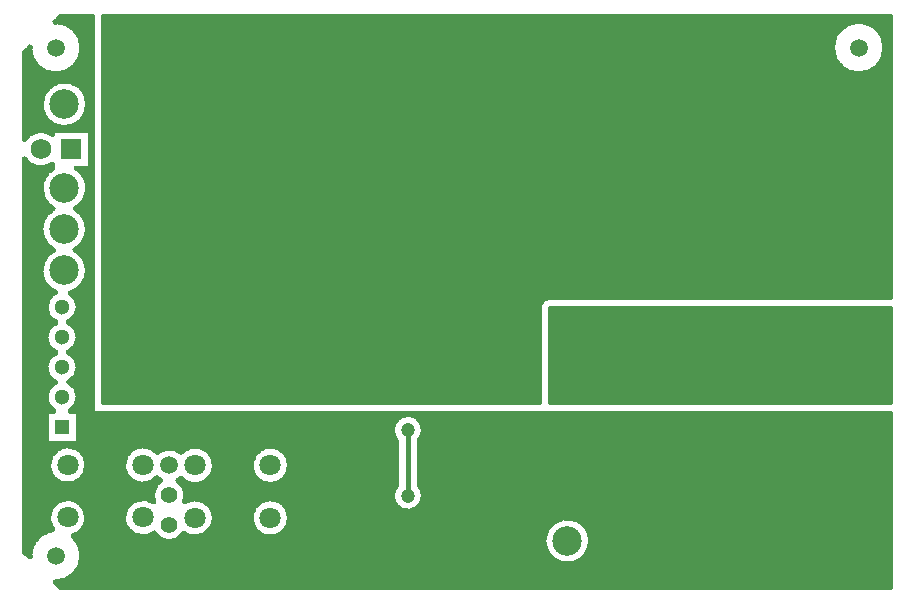
<source format=gbl>
%FSLAX42Y42*%
%MOMM*%
G71*
G01*
G75*
G04 Layer_Physical_Order=2*
%ADD10C,0.45*%
%ADD11O,2.00X1.00*%
%ADD12R,1.50X1.25*%
%ADD13O,0.50X2.00*%
%ADD14R,0.80X0.95*%
%ADD15R,0.90X0.95*%
%ADD16R,0.91X0.91*%
%ADD17R,1.27X0.91*%
%ADD18R,0.91X1.27*%
%ADD19R,0.90X0.90*%
%ADD20R,0.90X1.25*%
%ADD21R,2.00X2.00*%
%ADD22R,0.90X3.20*%
%ADD23R,11.50X9.00*%
%ADD24R,6.35X1.52*%
%ADD25R,1.25X1.50*%
%ADD26R,0.95X0.80*%
%ADD27R,0.95X0.90*%
%ADD28O,2.00X0.60*%
%ADD29R,3.20X1.00*%
%ADD30R,0.50X2.00*%
%ADD31R,8.00X4.00*%
%ADD32C,0.50*%
%ADD33C,0.30*%
%ADD34C,1.20*%
%ADD35C,2.50*%
%ADD36C,1.40*%
%ADD37C,1.50*%
%ADD38C,1.80*%
%ADD39R,22.00X8.00*%
%ADD40R,1.75X1.75*%
%ADD41C,1.75*%
%ADD42R,25.00X8.00*%
%ADD43R,1.30X1.30*%
%ADD44C,1.30*%
D10*
X11870Y2152D02*
G03*
X11870Y2152I-222J0D01*
G01*
X9035Y40D02*
G03*
X8940Y-55I0J-95D01*
G01*
X9035Y40D02*
G03*
X8940Y-55I0J-95D01*
G01*
X7433Y-845D02*
G03*
X7411Y-848I0J-95D01*
G01*
X7433Y-845D02*
G03*
X7411Y-848I0J-95D01*
G01*
X5120Y962D02*
G03*
X5023Y1132I-198J0D01*
G01*
X5015Y788D02*
G03*
X5120Y962I-93J174D01*
G01*
X5117Y615D02*
G03*
X5015Y788I-198J0D01*
G01*
X5012Y440D02*
G03*
X5117Y615I-92J175D01*
G01*
Y265D02*
G03*
X5012Y440I-198J0D01*
G01*
X4971Y74D02*
G03*
X5117Y265I-51J191D01*
G01*
X5040Y-45D02*
G03*
X4971Y74I-138J0D01*
G01*
X4954Y-173D02*
G03*
X5040Y-45I-51J127D01*
G01*
Y-300D02*
G03*
X4954Y-173I-138J0D01*
G01*
Y-428D02*
G03*
X5040Y-300I-51J127D01*
G01*
Y-555D02*
G03*
X4954Y-428I-138J0D01*
G01*
X4960Y-680D02*
G03*
X5040Y-555I-57J125D01*
G01*
Y-805D02*
G03*
X4960Y-680I-138J0D01*
G01*
X4974Y-923D02*
G03*
X5040Y-805I-71J117D01*
G01*
X5072Y2150D02*
G03*
X4843Y2372I-222J0D01*
G01*
X4628Y2157D02*
G03*
X5072Y2150I222J-7D01*
G01*
X5120Y1673D02*
G03*
X5120Y1673I-198J0D01*
G01*
X4822Y1132D02*
G03*
X4827Y789I101J-170D01*
G01*
G03*
X4828Y440I93J-174D01*
G01*
X4817Y1421D02*
G03*
X4585Y1375I-95J-129D01*
G01*
Y1210D02*
G03*
X4817Y1164I137J82D01*
G01*
X4848Y81D02*
G03*
X4851Y-173I55J-126D01*
G01*
Y-173D02*
G03*
X4851Y-428I51J-127D01*
G01*
Y-428D02*
G03*
X4845Y-680I51J-127D01*
G01*
X4828Y440D02*
G03*
X4848Y81I92J-175D01*
G01*
X4845Y-680D02*
G03*
X4831Y-923I57J-125D01*
G01*
X5112Y-1382D02*
G03*
X5112Y-1382I-162J0D01*
G01*
X7925Y-1177D02*
G03*
X7962Y-1085I-95J92D01*
G01*
G03*
X7735Y-1177I-133J0D01*
G01*
X7962Y-1642D02*
G03*
X7925Y-1550I-133J0D01*
G01*
X7735D02*
G03*
X7962Y-1642I95J-92D01*
G01*
X6828Y-1385D02*
G03*
X6828Y-1385I-162J0D01*
G01*
X9240Y-1837D02*
G03*
X9240Y-2213I-60J-188D01*
G01*
X6828Y-1830D02*
G03*
X6828Y-1830I-162J0D01*
G01*
X6192Y-1385D02*
G03*
X5909Y-1276I-162J0D01*
G01*
X5709Y-1277D02*
G03*
X5707Y-1490I-124J-105D01*
G01*
X5909Y-1494D02*
G03*
X6192Y-1385I121J109D01*
G01*
X5883Y-1513D02*
G03*
X5909Y-1494I-73J128D01*
G01*
X5953Y-1635D02*
G03*
X5883Y-1513I-142J0D01*
G01*
X5909Y-1276D02*
G03*
X5709Y-1277I-99J-109D01*
G01*
X5707Y-1490D02*
G03*
X5737Y-1513I103J105D01*
G01*
X5112Y-1382D02*
G03*
X5112Y-1382I-162J0D01*
G01*
X5939Y-1695D02*
G03*
X5953Y-1635I-129J60D01*
G01*
X6192Y-1830D02*
G03*
X5939Y-1695I-162J0D01*
G01*
X5934Y-1961D02*
G03*
X6192Y-1830I96J131D01*
G01*
X5737Y-1513D02*
G03*
X5682Y-1697I73J-122D01*
G01*
X5684Y-1956D02*
G03*
X5934Y-1961I126J66D01*
G01*
X5682Y-1697D02*
G03*
X5684Y-1956I-97J-131D01*
G01*
X5112Y-1827D02*
G03*
X4823Y-1929I-162J0D01*
G01*
X4997Y-1983D02*
G03*
X5112Y-1827I-47J156D01*
G01*
X5072Y-2150D02*
G03*
X4997Y-1983I-222J0D01*
G01*
X4843Y-2372D02*
G03*
X5072Y-2150I7J222D01*
G01*
X4823Y-1929D02*
G03*
X4628Y-2157I27J-221D01*
G01*
X7925Y-1177D02*
G03*
X7962Y-1085I-95J92D01*
G01*
G03*
X7735Y-1177I-133J0D01*
G01*
X9378Y-2025D02*
G03*
X9035Y-1891I-198J0D01*
G01*
Y-2159D02*
G03*
X9378Y-2025I145J134D01*
G01*
X11800Y2315D02*
Y2415D01*
X11794Y2320D02*
X11915D01*
X11830Y2280D02*
X11915D01*
X11760Y2344D02*
Y2415D01*
X11720Y2363D02*
Y2415D01*
X11915Y40D02*
Y2415D01*
X11852Y2240D02*
X11915D01*
X11880Y40D02*
Y2415D01*
X11840Y2264D02*
Y2415D01*
X11680Y2373D02*
Y2415D01*
X11640Y2375D02*
Y2415D01*
X11728Y2360D02*
X11915D01*
X11600Y2370D02*
Y2415D01*
X11560Y2357D02*
Y2415D01*
X11520Y2335D02*
Y2415D01*
X11480Y2299D02*
Y2415D01*
X11440Y2233D02*
Y2415D01*
X11870Y2160D02*
X11915D01*
X11865Y2200D02*
X11915D01*
X11868Y2120D02*
X11915D01*
X11858Y2080D02*
X11915D01*
X11839Y2040D02*
X11915D01*
X11810Y2000D02*
X11915D01*
X11759Y1960D02*
X11915D01*
X11840Y40D02*
Y2041D01*
X11800Y40D02*
Y1990D01*
X11760Y40D02*
Y1961D01*
X11720Y40D02*
Y1942D01*
X11680Y40D02*
Y1932D01*
X11640Y40D02*
Y1930D01*
X11600Y40D02*
Y1935D01*
X11520Y40D02*
Y1970D01*
X11560Y40D02*
Y1948D01*
X11440Y40D02*
Y2072D01*
X11480Y40D02*
Y2006D01*
X11400Y40D02*
Y2415D01*
X11360Y40D02*
Y2415D01*
X11320Y40D02*
Y2415D01*
X11280Y40D02*
Y2415D01*
X11240Y40D02*
Y2415D01*
X11200Y40D02*
Y2415D01*
X11160Y40D02*
Y2415D01*
X11120Y40D02*
Y2415D01*
X11080Y40D02*
Y2415D01*
X11040Y40D02*
Y2415D01*
X11000Y40D02*
Y2415D01*
X10960Y40D02*
Y2415D01*
X10920Y40D02*
Y2415D01*
X10880Y40D02*
Y2415D01*
X10840Y40D02*
Y2415D01*
X10800Y40D02*
Y2415D01*
X10760Y40D02*
Y2415D01*
X10720Y40D02*
Y2415D01*
X10680Y40D02*
Y2415D01*
X10640Y40D02*
Y2415D01*
X10600Y40D02*
Y2415D01*
X10560Y40D02*
Y2415D01*
X10520Y40D02*
Y2415D01*
X10480Y40D02*
Y2415D01*
X10440Y40D02*
Y2415D01*
X10400Y40D02*
Y2415D01*
X10360Y40D02*
Y2415D01*
X10320Y40D02*
Y2415D01*
X10280Y40D02*
Y2415D01*
X10240Y40D02*
Y2415D01*
X10200Y40D02*
Y2415D01*
X10160Y40D02*
Y2415D01*
X10120Y40D02*
Y2415D01*
X10080Y40D02*
Y2415D01*
X10040Y40D02*
Y2415D01*
X10000Y40D02*
Y2415D01*
X9960Y40D02*
Y2415D01*
X9920Y40D02*
Y2415D01*
X9880Y40D02*
Y2415D01*
X9840Y40D02*
Y2415D01*
X9800Y40D02*
Y2415D01*
X9760Y40D02*
Y2415D01*
X9720Y40D02*
Y2415D01*
X9680Y40D02*
Y2415D01*
X9640Y40D02*
Y2415D01*
X9600Y40D02*
Y2415D01*
X9560Y40D02*
Y2415D01*
X9520Y40D02*
Y2415D01*
X9480Y40D02*
Y2415D01*
X9440Y40D02*
Y2415D01*
X9400Y40D02*
Y2415D01*
X9360Y40D02*
Y2415D01*
X9320Y40D02*
Y2415D01*
X9280Y40D02*
Y2415D01*
X9240Y40D02*
Y2415D01*
X9200Y40D02*
Y2415D01*
X9160Y40D02*
Y2415D01*
X9120Y40D02*
Y2415D01*
X9080Y40D02*
Y2415D01*
X9035Y40D02*
X11915D01*
X9040D02*
Y2415D01*
X9000Y33D02*
Y2415D01*
X8960Y3D02*
Y2415D01*
X8940Y-845D02*
Y-55D01*
X8920Y-845D02*
Y2415D01*
X7433Y-845D02*
X8940D01*
X8880D02*
Y2415D01*
X8840Y-845D02*
Y2415D01*
X8800Y-845D02*
Y2415D01*
X8760Y-845D02*
Y2415D01*
X8720Y-845D02*
Y2415D01*
X8680Y-845D02*
Y2415D01*
X8640Y-845D02*
Y2415D01*
X8600Y-845D02*
Y2415D01*
X8560Y-845D02*
Y2415D01*
X8520Y-845D02*
Y2415D01*
X8480Y-845D02*
Y2415D01*
X8440Y-845D02*
Y2415D01*
X8400Y-845D02*
Y2415D01*
X8360Y-845D02*
Y2415D01*
X8320Y-845D02*
Y2415D01*
X8280Y-845D02*
Y2415D01*
X8240Y-845D02*
Y2415D01*
X8200Y-845D02*
Y2415D01*
X8160Y-845D02*
Y2415D01*
X8120Y-845D02*
Y2415D01*
X8080Y-845D02*
Y2415D01*
X8040Y-845D02*
Y2415D01*
X8000Y-845D02*
Y2415D01*
X7960Y-845D02*
Y2415D01*
X7920Y-845D02*
Y2415D01*
X7880Y-845D02*
Y2415D01*
X7840Y-845D02*
Y2415D01*
X7800Y-845D02*
Y2415D01*
X7760Y-845D02*
Y2415D01*
X7720Y-845D02*
Y2415D01*
X7680Y-845D02*
Y2415D01*
X7640Y-845D02*
Y2415D01*
X7600Y-845D02*
Y2415D01*
X7560Y-845D02*
Y2415D01*
X7520Y-845D02*
Y2415D01*
X7480Y-845D02*
Y2415D01*
X7440Y-845D02*
Y2415D01*
X5248D02*
X11915D01*
X5248Y2400D02*
X11915D01*
X5248Y1920D02*
X11915D01*
X5248Y1880D02*
X11915D01*
X5248Y1840D02*
X11915D01*
X5248Y1800D02*
X11915D01*
X5248Y1760D02*
X11915D01*
X5248Y1720D02*
X11915D01*
X5248Y1680D02*
X11915D01*
X5248Y1640D02*
X11915D01*
X5248Y1600D02*
X11915D01*
X5248Y1560D02*
X11915D01*
X5248Y1520D02*
X11915D01*
X5248Y1480D02*
X11915D01*
X5248Y1440D02*
X11915D01*
X5248Y1400D02*
X11915D01*
X5248Y1360D02*
X11915D01*
X5248Y1320D02*
X11915D01*
X5248Y1280D02*
X11915D01*
X5248Y1240D02*
X11915D01*
X5248Y1200D02*
X11915D01*
X5248Y1160D02*
X11915D01*
X5248Y1120D02*
X11915D01*
X5248Y1080D02*
X11915D01*
X5248Y1040D02*
X11915D01*
X5248Y1000D02*
X11915D01*
X5248Y960D02*
X11915D01*
X5248Y920D02*
X11915D01*
X5248Y880D02*
X11915D01*
X5248Y840D02*
X11915D01*
X5248Y800D02*
X11915D01*
X5248Y760D02*
X11915D01*
X5248Y720D02*
X11915D01*
X5248Y680D02*
X11915D01*
X5248Y640D02*
X11915D01*
X5248Y600D02*
X11915D01*
X5248Y2360D02*
X11567D01*
X5248Y2320D02*
X11501D01*
X5248Y2280D02*
X11465D01*
X5248Y2240D02*
X11443D01*
X5248Y2200D02*
X11430D01*
X5248Y2080D02*
X11437D01*
X5248Y2040D02*
X11456D01*
X5248Y2160D02*
X11425D01*
X5248Y2120D02*
X11427D01*
X5248Y560D02*
X11915D01*
X5248Y520D02*
X11915D01*
X5248Y480D02*
X11915D01*
X5248Y2000D02*
X11486D01*
X5248Y1960D02*
X11536D01*
X5248Y440D02*
X11915D01*
X5248Y400D02*
X11915D01*
X5248Y360D02*
X11915D01*
X5248Y320D02*
X11915D01*
X5248Y280D02*
X11915D01*
X5248Y240D02*
X11915D01*
X5248Y200D02*
X11915D01*
X5248Y160D02*
X11915D01*
X5248Y120D02*
X11915D01*
X5248Y80D02*
X11915D01*
X5248Y40D02*
X9033D01*
X5248Y-0D02*
X8958D01*
X5248Y-40D02*
X8941D01*
X5248Y-80D02*
X8940D01*
X5248Y-120D02*
X8940D01*
X5248Y-160D02*
X8940D01*
X5248Y-200D02*
X8940D01*
X5248Y-240D02*
X8940D01*
X5248Y-280D02*
X8940D01*
X5248Y-320D02*
X8940D01*
X5248Y-360D02*
X8940D01*
X7400Y-848D02*
Y2415D01*
X7360Y-848D02*
Y2415D01*
X7320Y-848D02*
Y2415D01*
X7280Y-848D02*
Y2415D01*
X7240Y-848D02*
Y2415D01*
X7200Y-848D02*
Y2415D01*
X7160Y-848D02*
Y2415D01*
X7120Y-848D02*
Y2415D01*
X7080Y-848D02*
Y2415D01*
X7040Y-848D02*
Y2415D01*
X7000Y-848D02*
Y2415D01*
X6960Y-848D02*
Y2415D01*
X6920Y-848D02*
Y2415D01*
X6880Y-848D02*
Y2415D01*
X6840Y-848D02*
Y2415D01*
X6800Y-848D02*
Y2415D01*
X6760Y-848D02*
Y2415D01*
X6720Y-848D02*
Y2415D01*
X5248Y-400D02*
X8940D01*
X5248Y-440D02*
X8940D01*
X5248Y-480D02*
X8940D01*
X5248Y-520D02*
X8940D01*
X5248Y-560D02*
X8940D01*
X6680Y-848D02*
Y2415D01*
X6640Y-848D02*
Y2415D01*
X5248Y-600D02*
X8940D01*
X5248Y-640D02*
X8940D01*
X5248Y-680D02*
X8940D01*
X5248Y-720D02*
X8940D01*
X5248Y-760D02*
X8940D01*
X5248Y-800D02*
X8940D01*
X5248Y-840D02*
X8940D01*
X5248Y-848D02*
X7411D01*
X6600D02*
Y2415D01*
X6560Y-848D02*
Y2415D01*
X6520Y-848D02*
Y2415D01*
X6480Y-848D02*
Y2415D01*
X6440Y-848D02*
Y2415D01*
X6400Y-848D02*
Y2415D01*
X6360Y-848D02*
Y2415D01*
X6320Y-848D02*
Y2415D01*
X6280Y-848D02*
Y2415D01*
X6240Y-848D02*
Y2415D01*
X6200Y-848D02*
Y2415D01*
X6160Y-848D02*
Y2415D01*
X6120Y-848D02*
Y2415D01*
X6080Y-848D02*
Y2415D01*
X6040Y-848D02*
Y2415D01*
X6000Y-848D02*
Y2415D01*
X5960Y-848D02*
Y2415D01*
X5920Y-848D02*
Y2415D01*
X5880Y-848D02*
Y2415D01*
X5840Y-848D02*
Y2415D01*
X5800Y-848D02*
Y2415D01*
X5760Y-848D02*
Y2415D01*
X5720Y-848D02*
Y2415D01*
X5680Y-848D02*
Y2415D01*
X5640Y-848D02*
Y2415D01*
X5600Y-848D02*
Y2415D01*
X5560Y-848D02*
Y2415D01*
X5520Y-848D02*
Y2415D01*
X5480Y-848D02*
Y2415D01*
X5440Y-848D02*
Y2415D01*
X5400Y-848D02*
Y2415D01*
X5360Y-848D02*
Y2415D01*
X5320Y-848D02*
Y2415D01*
X5280Y-848D02*
Y2415D01*
X5248Y-848D02*
Y2415D01*
X7953Y-5D02*
X8875D01*
X6715Y1000D02*
X9170Y1002D01*
X6553Y-150D02*
X8903D01*
X6553D02*
Y795D01*
X5072Y2160D02*
X5153D01*
X5067Y2200D02*
X5153D01*
X5070Y2120D02*
X5153D01*
X5073Y1800D02*
X5153D01*
X5100Y1760D02*
X5153D01*
X5120Y1680D02*
X5153D01*
X5114Y1720D02*
X5153D01*
X5117Y1640D02*
X5153D01*
X5106Y1600D02*
X5153D01*
X5085Y1560D02*
X5153D01*
X5031Y2280D02*
X5153D01*
X4994Y2320D02*
X5153D01*
X5053Y2240D02*
X5153D01*
X5061Y2080D02*
X5153D01*
X5043Y2040D02*
X5153D01*
X5014Y2000D02*
X5153D01*
X4966Y1960D02*
X5153D01*
X5027Y1840D02*
X5153D01*
X5048Y1520D02*
X5153D01*
X4967Y1480D02*
X5153D01*
X5138Y1440D02*
X5153D01*
X5138Y1400D02*
X5153D01*
X5138Y1360D02*
X5153D01*
X5138Y1320D02*
X5153D01*
X5138Y1280D02*
X5153D01*
X5138Y1240D02*
X5153D01*
X5138Y1200D02*
X5153D01*
X5138Y1160D02*
X5153D01*
X5116Y1000D02*
X5153D01*
X5120Y960D02*
X5153D01*
X5081Y1080D02*
X5153D01*
X5042Y1120D02*
X5153D01*
X5104Y1040D02*
X5153D01*
X5115Y920D02*
X5153D01*
X5102Y880D02*
X5153D01*
X5077Y840D02*
X5153D01*
X5035Y800D02*
X5153D01*
X5054Y760D02*
X5153D01*
X5087Y720D02*
X5153D01*
X5120Y1675D02*
Y2415D01*
X5080Y1792D02*
Y2415D01*
X5120Y1452D02*
Y1670D01*
X5040Y2266D02*
Y2415D01*
Y1831D02*
Y2034D01*
X5138Y1132D02*
Y1452D01*
X5080D02*
Y1553D01*
X5120Y965D02*
Y1132D01*
X5040Y1452D02*
Y1514D01*
X5080Y1082D02*
Y1132D01*
X5000Y2314D02*
Y2415D01*
X4960Y2343D02*
Y2415D01*
X5000Y1854D02*
Y1986D01*
X4960Y1866D02*
Y1957D01*
X4920Y1870D02*
Y1939D01*
X5023Y1132D02*
X5138D01*
X5000Y1452D02*
Y1491D01*
X4960Y1452D02*
Y1479D01*
X4920Y1452D02*
Y1475D01*
X5116Y640D02*
X5153D01*
X5107Y680D02*
X5153D01*
X5117Y600D02*
X5153D01*
X5080Y731D02*
Y843D01*
X5110Y560D02*
X5153D01*
X5093Y520D02*
X5153D01*
X5093Y360D02*
X5153D01*
X5110Y320D02*
X5153D01*
X5080Y381D02*
Y499D01*
X5117Y280D02*
X5153D01*
X5064Y480D02*
X5153D01*
X5040Y1121D02*
Y1132D01*
Y772D02*
Y804D01*
X5012Y440D02*
X5153D01*
X5064Y400D02*
X5153D01*
X5040Y422D02*
Y458D01*
X5116Y240D02*
X5153D01*
X5106Y200D02*
X5153D01*
X5087Y160D02*
X5153D01*
X5054Y120D02*
X5153D01*
X5032Y-0D02*
X5153D01*
X5040Y-40D02*
X5153D01*
X5035Y-80D02*
X5153D01*
X5039Y-280D02*
X5153D01*
X5039Y-320D02*
X5153D01*
X5035Y-520D02*
X5153D01*
X5011Y40D02*
X5153D01*
X4989Y80D02*
X5153D01*
X5018Y-120D02*
X5153D01*
X4978Y-160D02*
X5153D01*
X4997Y-200D02*
X5153D01*
X5026Y-240D02*
X5153D01*
X5026Y-360D02*
X5153D01*
X4997Y-400D02*
X5153D01*
X4978Y-440D02*
X5153D01*
X5018Y-480D02*
X5153D01*
X5040Y-560D02*
X5153D01*
X5040Y-800D02*
X5153D01*
X5040Y-960D02*
X5153D01*
X5040Y-1000D02*
X5153D01*
X5040Y-1040D02*
X5153D01*
X5040Y-1080D02*
X5153D01*
X5040Y-1120D02*
X5153D01*
X5040Y-1160D02*
X5153D01*
X5076Y-1280D02*
X5153D01*
X5100Y-1320D02*
X5153D01*
X5032Y-600D02*
X5153D01*
X5011Y-640D02*
X5153D01*
X4960Y-680D02*
X5153D01*
X5011Y-720D02*
X5153D01*
X5032Y-760D02*
X5153D01*
X5035Y-840D02*
X5153D01*
X5018Y-880D02*
X5153D01*
X4978Y-920D02*
X5153D01*
X5028Y-1240D02*
X5153D01*
X5040Y-43D02*
Y108D01*
Y-298D02*
Y-47D01*
X5000Y52D02*
Y84D01*
Y-203D02*
Y-142D01*
X5153Y-1648D02*
Y2415D01*
X5120Y-1648D02*
Y960D01*
X5080Y-1285D02*
Y149D01*
X5040Y-553D02*
Y-302D01*
Y-803D02*
Y-557D01*
X5000Y-458D02*
Y-397D01*
Y-708D02*
Y-652D01*
X5111Y-1360D02*
X5153D01*
X5040Y-923D02*
Y-807D01*
X5112Y-1400D02*
X5153D01*
X5040Y-1198D02*
Y-923D01*
X5040Y-1247D02*
Y-1198D01*
X5102Y-1440D02*
X5153D01*
X5080Y-1480D02*
X5153D01*
X5037Y-1520D02*
X5153D01*
X5080Y-1648D02*
Y-1480D01*
X5040Y-1648D02*
Y-1518D01*
X5000Y-923D02*
Y-902D01*
X4974Y-923D02*
X5040D01*
X5000Y-1228D02*
Y-1198D01*
X4960Y-1220D02*
Y-1198D01*
X5000Y-1648D02*
Y-1537D01*
X4960Y-1648D02*
Y-1545D01*
X4920Y-1223D02*
Y-1198D01*
Y-1648D02*
Y-1542D01*
Y2361D02*
Y2415D01*
X4885D02*
X5153D01*
X4870Y2400D02*
X5153D01*
X4843Y2372D02*
X4885Y2415D01*
X4880Y2370D02*
Y2409D01*
X4924Y2360D02*
X5153D01*
X4880Y1865D02*
Y1930D01*
X4840Y1852D02*
Y1928D01*
Y1452D02*
Y1493D01*
X4585Y1920D02*
X5153D01*
X4585Y1880D02*
X5153D01*
X4800Y1827D02*
Y1933D01*
X4585Y1840D02*
X4818D01*
X4800Y1432D02*
Y1518D01*
X4585Y1480D02*
X4878D01*
X4585Y1800D02*
X4772D01*
X4585Y1520D02*
X4797D01*
X4880Y1452D02*
Y1480D01*
X4817Y1452D02*
X5138D01*
X4785Y1440D02*
X4817D01*
Y1421D02*
Y1452D01*
Y1132D02*
Y1164D01*
X4800Y1117D02*
Y1153D01*
Y772D02*
Y808D01*
Y422D02*
Y458D01*
X4585Y800D02*
X4810D01*
X4585Y1120D02*
X4803D01*
X4585Y840D02*
X4768D01*
X4585Y760D02*
X4786D01*
X4585Y440D02*
X4828D01*
X4585Y480D02*
X4776D01*
X4585Y400D02*
X4776D01*
X4720Y1452D02*
Y1969D01*
X4585Y2080D02*
X4639D01*
X4760Y1785D02*
Y1947D01*
X4585Y2115D02*
X4628Y2157D01*
X4590Y2120D02*
X4630D01*
X4680Y1447D02*
Y2006D01*
X4640Y1430D02*
Y2077D01*
X4760Y1448D02*
Y1560D01*
X4600Y1395D02*
Y2129D01*
X4585Y1375D02*
Y2115D01*
Y1960D02*
X4734D01*
X4585Y1760D02*
X4745D01*
X4585Y1720D02*
X4731D01*
X4585Y2040D02*
X4657D01*
X4585Y2000D02*
X4686D01*
X4585Y1680D02*
X4725D01*
X4585Y1600D02*
X4739D01*
X4585Y1560D02*
X4760D01*
X4585Y1640D02*
X4728D01*
X4585Y1440D02*
X4660D01*
X4760Y1075D02*
Y1137D01*
X4585Y1080D02*
X4764D01*
X4585Y1040D02*
X4741D01*
X4585Y1400D02*
X4604D01*
X4585Y1160D02*
X4633D01*
X4760Y731D02*
Y850D01*
X4585Y1000D02*
X4729D01*
X4760Y381D02*
Y499D01*
X4585Y960D02*
X4725D01*
X4585Y920D02*
X4730D01*
X4585Y880D02*
X4743D01*
X4585Y720D02*
X4753D01*
X4585Y680D02*
X4733D01*
X4585Y640D02*
X4724D01*
X4585Y600D02*
X4723D01*
X4585Y520D02*
X4747D01*
X4585Y360D02*
X4747D01*
X4585Y560D02*
X4730D01*
X4585Y320D02*
X4730D01*
X4840Y-178D02*
Y-167D01*
X4800Y47D02*
Y108D01*
Y-208D02*
Y-137D01*
X4840Y-433D02*
Y-422D01*
X4800Y-463D02*
Y-392D01*
Y-713D02*
Y-647D01*
Y-923D02*
Y-897D01*
X4585Y80D02*
X4845D01*
X4585Y-160D02*
X4827D01*
X4585Y40D02*
X4794D01*
X4585Y-200D02*
X4808D01*
X4585Y-440D02*
X4827D01*
X4585Y-680D02*
X4845D01*
X4585Y-400D02*
X4808D01*
X4765Y-923D02*
X4831D01*
X4765Y-1198D02*
X5040D01*
X4585Y-1200D02*
X5153D01*
X4880Y-1236D02*
Y-1198D01*
X4585Y-920D02*
X4827D01*
X4840Y-1263D02*
Y-1198D01*
Y-1648D02*
Y-1502D01*
X4880Y-1648D02*
Y-1529D01*
X4800Y-1320D02*
Y-1198D01*
Y-1648D02*
Y-1445D01*
X4585Y-1240D02*
X4872D01*
X4585Y-1280D02*
X4824D01*
X4585Y-1520D02*
X4863D01*
X4585Y-1320D02*
X4800D01*
X4585Y-1480D02*
X4820D01*
X4585Y-1560D02*
X5153D01*
X4585Y-1600D02*
X5153D01*
X4585Y-1640D02*
X5153D01*
X4585Y-1648D02*
X5153D01*
X4585Y200D02*
X4734D01*
X4585Y160D02*
X4753D01*
X4760Y-1648D02*
Y149D01*
X4585Y280D02*
X4723D01*
X4585Y240D02*
X4724D01*
X4680Y-1648D02*
Y1138D01*
X4640Y-1648D02*
Y1155D01*
X4720Y-1648D02*
Y1133D01*
X4585Y-1648D02*
Y1210D01*
X4600Y-1648D02*
Y1190D01*
X4585Y120D02*
X4786D01*
X4585Y-0D02*
X4773D01*
X4585Y-120D02*
X4787D01*
X4585Y-40D02*
X4765D01*
X4585Y-80D02*
X4770D01*
X4585Y-240D02*
X4779D01*
X4585Y-360D02*
X4779D01*
X4585Y-480D02*
X4787D01*
X4585Y-280D02*
X4766D01*
X4585Y-320D02*
X4766D01*
X4585Y-520D02*
X4770D01*
X4585Y-640D02*
X4794D01*
X4585Y-720D02*
X4794D01*
X4585Y-560D02*
X4765D01*
X4585Y-600D02*
X4773D01*
X4585Y-760D02*
X4773D01*
X4585Y-840D02*
X4770D01*
X4585Y-880D02*
X4787D01*
X4585Y-800D02*
X4765D01*
X4765Y-1198D02*
Y-923D01*
X4585Y-960D02*
X4765D01*
X4585Y-1000D02*
X4765D01*
X4585Y-1040D02*
X4765D01*
X4585Y-1080D02*
X4765D01*
X4585Y-1120D02*
X4765D01*
X4585Y-1360D02*
X4789D01*
X4585Y-1440D02*
X4798D01*
X4585Y-1160D02*
X4765D01*
X4585Y-1400D02*
X4788D01*
X4672Y-1080D02*
Y973D01*
X7962Y-1080D02*
X9240D01*
X7955Y-1040D02*
X9240D01*
X7958Y-1120D02*
X9240D01*
X7960Y-1059D02*
Y-943D01*
Y-1617D02*
Y-1111D01*
X7939Y-1160D02*
X9240D01*
Y-1837D02*
Y-943D01*
X9200Y-1829D02*
Y-943D01*
X9160Y-1829D02*
Y-943D01*
X9120Y-1837D02*
Y-943D01*
X9080Y-1855D02*
Y-943D01*
X9040Y-1886D02*
Y-943D01*
X7920Y-988D02*
Y-943D01*
X7880Y-962D02*
Y-943D01*
X7874Y-960D02*
X9240D01*
X7840Y-953D02*
Y-943D01*
X7800Y-956D02*
Y-943D01*
X7760Y-973D02*
Y-943D01*
X7932Y-1000D02*
X9240D01*
X7925Y-1200D02*
X9240D01*
X7925Y-1550D02*
Y-1177D01*
Y-1240D02*
X9240D01*
X7925Y-1280D02*
X9240D01*
X7925Y-1320D02*
X9240D01*
X7925Y-1360D02*
X9240D01*
X7925Y-1400D02*
X9240D01*
X7925Y-1440D02*
X9240D01*
X7934Y-1560D02*
X9240D01*
X7925Y-1480D02*
X9240D01*
X7956Y-1600D02*
X9240D01*
X7962Y-1640D02*
X9240D01*
X7957Y-1680D02*
X9240D01*
X7937Y-1720D02*
X9240D01*
X7925Y-1520D02*
X9240D01*
X6738Y-1240D02*
X7735D01*
X6814Y-1320D02*
X7735D01*
X6789Y-1280D02*
X7735D01*
X6826Y-1360D02*
X7735D01*
X7891Y-1760D02*
X9240D01*
X6825Y-1800D02*
X9240D01*
X6827Y-1840D02*
X9111D01*
X6812Y-1760D02*
X7769D01*
X7720Y-1011D02*
Y-943D01*
X6760Y-1253D02*
Y-943D01*
X6720Y-1232D02*
Y-943D01*
X6680Y-1223D02*
Y-943D01*
X6640Y-1224D02*
Y-943D01*
X6600Y-1236D02*
Y-943D01*
X7735Y-1550D02*
Y-1177D01*
X6827Y-1400D02*
X7735D01*
X6818Y-1440D02*
X7735D01*
X6800Y-1295D02*
Y-943D01*
X6560Y-1261D02*
Y-943D01*
X7720Y-1569D02*
Y-1159D01*
X6520Y-1312D02*
Y-943D01*
X6103Y-1240D02*
X6592D01*
X6154Y-1280D02*
X6541D01*
X6160Y-1287D02*
Y-943D01*
X6120Y-1250D02*
Y-943D01*
X6080Y-1230D02*
Y-943D01*
X6179Y-1320D02*
X6516D01*
X6183Y-1440D02*
X6512D01*
X6191Y-1360D02*
X6504D01*
X6192Y-1400D02*
X6503D01*
X6797Y-1480D02*
X7735D01*
X6755Y-1520D02*
X7735D01*
X6728Y-1680D02*
X7703D01*
X6720Y-1677D02*
Y-1538D01*
X6680Y-1668D02*
Y-1547D01*
X6640Y-1669D02*
Y-1546D01*
X6800Y-1740D02*
Y-1475D01*
X6760Y-1698D02*
Y-1517D01*
X6785Y-1720D02*
X7723D01*
X6560Y-1706D02*
Y-1509D01*
X6600Y-1681D02*
Y-1534D01*
X6120Y-1520D02*
X6575D01*
X6093Y-1680D02*
X6602D01*
X6150Y-1720D02*
X6545D01*
X6162Y-1480D02*
X6533D01*
X6120Y-1695D02*
Y-1520D01*
X6080Y-1675D02*
Y-1540D01*
X6520Y-1757D02*
Y-1458D01*
X6177Y-1760D02*
X6518D01*
X6190Y-1800D02*
X6505D01*
X6160Y-1732D02*
Y-1483D01*
X6192Y-1840D02*
X6503D01*
X9000Y-1944D02*
Y-943D01*
X8960Y-2415D02*
Y-943D01*
X8920Y-2415D02*
Y-943D01*
X8880Y-2415D02*
Y-943D01*
X8840Y-2415D02*
Y-943D01*
X8800Y-2415D02*
Y-943D01*
X8760Y-2415D02*
Y-943D01*
X8720Y-2415D02*
Y-943D01*
X8680Y-2415D02*
Y-943D01*
X8640Y-2415D02*
Y-943D01*
X8600Y-2415D02*
Y-943D01*
X8560Y-2415D02*
Y-943D01*
X8520Y-2415D02*
Y-943D01*
X8480Y-2415D02*
Y-943D01*
X8440Y-2415D02*
Y-943D01*
X8400Y-2415D02*
Y-943D01*
X8360Y-2415D02*
Y-943D01*
X8320Y-2415D02*
Y-943D01*
X8280Y-2415D02*
Y-943D01*
X8240Y-2415D02*
Y-943D01*
X8200Y-2415D02*
Y-943D01*
X8160Y-2415D02*
Y-943D01*
X8120Y-2415D02*
Y-943D01*
X9240Y-2415D02*
Y-2213D01*
X9200Y-2415D02*
Y-2221D01*
X9120Y-2415D02*
Y-2213D01*
X9080Y-2415D02*
Y-2195D01*
X9160Y-2415D02*
Y-2221D01*
X9000Y-2415D02*
Y-2106D01*
X8080Y-2415D02*
Y-943D01*
X9040Y-2415D02*
Y-2164D01*
X8040Y-2415D02*
Y-943D01*
X8000Y-2415D02*
Y-943D01*
X6820Y-1880D02*
X9046D01*
X6800Y-1920D02*
X9013D01*
X6762Y-1960D02*
X8993D01*
X7960Y-2415D02*
Y-1668D01*
X7920Y-2415D02*
Y-1740D01*
X7880Y-2415D02*
Y-1765D01*
X7840Y-2415D02*
Y-1775D01*
X7760Y-2415D02*
Y-1755D01*
X7800Y-2415D02*
Y-1772D01*
X7680Y-2415D02*
Y-943D01*
X7720Y-2415D02*
Y-1716D01*
X7640Y-2415D02*
Y-943D01*
X7600Y-2415D02*
Y-943D01*
X7560Y-2415D02*
Y-943D01*
X7520Y-2415D02*
Y-943D01*
X7480Y-2415D02*
Y-943D01*
X7440Y-2415D02*
Y-943D01*
X7400Y-2415D02*
Y-943D01*
X7360Y-2415D02*
Y-943D01*
X7320Y-2415D02*
Y-943D01*
X7280Y-2415D02*
Y-943D01*
X7240Y-2415D02*
Y-943D01*
X7200Y-2415D02*
Y-943D01*
X7160Y-2415D02*
Y-943D01*
X7120Y-2415D02*
Y-943D01*
X7080Y-2415D02*
Y-943D01*
X7040Y-2415D02*
Y-943D01*
X7000Y-2415D02*
Y-943D01*
X6960Y-2415D02*
Y-943D01*
X6920Y-2415D02*
Y-943D01*
X6880Y-2415D02*
Y-943D01*
X6840Y-2415D02*
Y-943D01*
X6480Y-2415D02*
Y-943D01*
X6440Y-2415D02*
Y-943D01*
X6800Y-2415D02*
Y-1920D01*
X6760Y-2415D02*
Y-1962D01*
X6720Y-2415D02*
Y-1983D01*
X6640Y-2415D02*
Y-1991D01*
X6680Y-2415D02*
Y-1992D01*
X6560Y-2415D02*
Y-1954D01*
X6520Y-2415D02*
Y-1903D01*
X6600Y-2415D02*
Y-1979D01*
X6400Y-2415D02*
Y-943D01*
X6360Y-2415D02*
Y-943D01*
X6185Y-1880D02*
X6510D01*
X6165Y-1920D02*
X6530D01*
X6127Y-1960D02*
X6568D01*
X6320Y-2415D02*
Y-943D01*
X6280Y-2415D02*
Y-943D01*
X6240Y-2415D02*
Y-943D01*
X6200Y-2415D02*
Y-943D01*
X6160Y-2415D02*
Y-1928D01*
X6120Y-2415D02*
Y-1965D01*
X6080Y-2415D02*
Y-1985D01*
X6040Y-2415D02*
Y-1992D01*
Y-1223D02*
Y-943D01*
X6000Y-1225D02*
Y-943D01*
X5960Y-1238D02*
Y-943D01*
X5840Y-1241D02*
Y-943D01*
X5800Y-1238D02*
Y-943D01*
X5837Y-1240D02*
X5957D01*
X5920Y-1265D02*
Y-943D01*
X5880Y-1255D02*
Y-943D01*
X5760Y-1246D02*
Y-943D01*
X5720Y-1268D02*
Y-943D01*
X5680Y-1251D02*
Y-943D01*
X5040D02*
X9240D01*
X5040Y-960D02*
X7786D01*
X5040Y-1000D02*
X7728D01*
X5040Y-1040D02*
X7705D01*
X5040Y-1080D02*
X7698D01*
X5040Y-1120D02*
X7702D01*
X5040Y-1160D02*
X7721D01*
X4585Y-1200D02*
X7735D01*
X5640Y-1230D02*
Y-943D01*
X5600Y-1221D02*
Y-943D01*
X5931Y-1560D02*
X7726D01*
X5948Y-1600D02*
X7704D01*
X5920Y-1544D02*
Y-1505D01*
X5894Y-1520D02*
X5940D01*
X6040Y-1668D02*
Y-1547D01*
X6000Y-1670D02*
Y-1545D01*
X5952Y-1640D02*
X7698D01*
X5960Y-1683D02*
Y-1532D01*
X5945Y-1680D02*
X5967D01*
X5663Y-1240D02*
X5783D01*
X5720Y-1525D02*
Y-1502D01*
X5672Y-1520D02*
X5726D01*
X4585Y-1560D02*
X5689D01*
X5680Y-1577D02*
Y-1514D01*
X4585Y-1600D02*
X5672D01*
X5653Y-1680D02*
X5675D01*
X5640Y-1675D02*
Y-1535D01*
X4585Y-1640D02*
X5668D01*
X5560Y-1222D02*
Y-943D01*
X5520Y-1234D02*
Y-943D01*
X5040Y-1198D02*
Y-943D01*
X5000Y-1228D02*
Y-1198D01*
X4960Y-1220D02*
Y-1198D01*
X4920Y-1223D02*
Y-1198D01*
X5480Y-1258D02*
Y-943D01*
X5440Y-1309D02*
Y-943D01*
X5080Y-1285D02*
Y-943D01*
X5040Y-1247D02*
Y-1198D01*
X4880Y-1236D02*
Y-1198D01*
X4840Y-1263D02*
Y-1198D01*
X4585Y-943D02*
X4765D01*
X4585Y-960D02*
X4765D01*
X4585Y-1000D02*
X4765D01*
X4585Y-1040D02*
X4765D01*
X4585Y-1080D02*
X4765D01*
X4585Y-1120D02*
X4765D01*
X4800Y-1320D02*
Y-1198D01*
X4765D02*
X5040D01*
X4765D02*
Y-943D01*
X4585Y-1160D02*
X4765D01*
X5076Y-1280D02*
X5459D01*
X5028Y-1240D02*
X5507D01*
X5100Y-1320D02*
X5435D01*
X5112Y-1400D02*
X5423D01*
X5111Y-1360D02*
X5424D01*
X5102Y-1440D02*
X5433D01*
X5600Y-1666D02*
Y-1544D01*
X5520Y-1679D02*
Y-1531D01*
X5560Y-1667D02*
Y-1543D01*
X5080Y-1480D02*
X5455D01*
X5037Y-1520D02*
X5498D01*
X4585Y-1240D02*
X4872D01*
X4585Y-1280D02*
X4824D01*
X4585Y-1320D02*
X4800D01*
X4585Y-1360D02*
X4789D01*
X4585Y-1400D02*
X4788D01*
X4585Y-1440D02*
X4798D01*
X5000Y-1673D02*
Y-1537D01*
X4960Y-1665D02*
Y-1545D01*
X4920Y-1668D02*
Y-1542D01*
X4585Y-1480D02*
X4820D01*
X4585Y-1520D02*
X4863D01*
X5480Y-1703D02*
Y-1507D01*
X5440Y-1754D02*
Y-1456D01*
X5960Y-2415D02*
Y-1977D01*
X5920Y-2415D02*
Y-1981D01*
X5680Y-2415D02*
Y-1959D01*
X5480Y-2415D02*
Y-1952D01*
X5640Y-2415D02*
Y-1980D01*
X5072Y-1720D02*
X5463D01*
X5018Y-1680D02*
X5517D01*
X5098Y-1760D02*
X5437D01*
X5112Y-1840D02*
X5423D01*
X5110Y-1800D02*
X5425D01*
X5104Y-1880D02*
X5431D01*
X5084Y-1920D02*
X5451D01*
X5044Y-1960D02*
X5491D01*
X5400Y-2415D02*
Y-943D01*
X5440Y-2415D02*
Y-1901D01*
X6000Y-2415D02*
Y-1990D01*
X5901Y-2000D02*
X8984D01*
X5070Y-2120D02*
X9007D01*
X5880Y-2415D02*
Y-2014D01*
X5840Y-2415D02*
Y-2029D01*
X5800Y-2415D02*
Y-2032D01*
X5720Y-2415D02*
Y-2000D01*
X5600Y-2415D02*
Y-1989D01*
X5760Y-2415D02*
Y-2023D01*
X5520Y-2415D02*
Y-1976D01*
X5560Y-2415D02*
Y-1988D01*
X5072Y-2160D02*
X9036D01*
X5067Y-2200D02*
X9088D01*
X5053Y-2240D02*
X9240D01*
X5043Y-2040D02*
X8983D01*
X5014Y-2000D02*
X5719D01*
X5061Y-2080D02*
X8990D01*
X5031Y-2280D02*
X9240D01*
X4994Y-2320D02*
X9240D01*
X4923Y-2360D02*
X9240D01*
X4871Y-2400D02*
X9240D01*
X4885Y-2415D02*
X9240D01*
X5360D02*
Y-943D01*
X5080Y-1730D02*
Y-1480D01*
X5040Y-1692D02*
Y-1518D01*
X4840Y-1708D02*
Y-1502D01*
X4800Y-1765D02*
Y-1445D01*
X4880Y-1681D02*
Y-1529D01*
X5320Y-2415D02*
Y-943D01*
X5280Y-2415D02*
Y-943D01*
X5240Y-2415D02*
Y-943D01*
X5200Y-2415D02*
Y-943D01*
X5160Y-2415D02*
Y-943D01*
X5120Y-2415D02*
Y-943D01*
X4585Y-1680D02*
X4882D01*
X4585Y-1720D02*
X4828D01*
X4760Y-1947D02*
Y-943D01*
X4585Y-1760D02*
X4802D01*
X4585Y-1800D02*
X4790D01*
X4720Y-1969D02*
Y-943D01*
X4680Y-2006D02*
Y-943D01*
X4640Y-2077D02*
Y-943D01*
X4600Y-2129D02*
Y-943D01*
X4585Y-2115D02*
Y-943D01*
X5080Y-2415D02*
Y-1925D01*
X5040Y-2034D02*
Y-1963D01*
X4880Y-2409D02*
Y-2370D01*
X5040Y-2415D02*
Y-2266D01*
X5000Y-2415D02*
Y-2314D01*
X4960Y-2415D02*
Y-2343D01*
X4920Y-2415D02*
Y-2361D01*
X4843Y-2372D02*
X4885Y-2415D01*
X4800Y-1933D02*
Y-1890D01*
X4585Y-1880D02*
X4796D01*
X4585Y-1920D02*
X4816D01*
X4585Y-1840D02*
X4788D01*
X4585Y-1960D02*
X4734D01*
X4585Y-2000D02*
X4686D01*
X4585Y-2040D02*
X4657D01*
X4585Y-2080D02*
X4639D01*
X4585Y-2115D02*
X4628Y-2157D01*
X4591Y-2120D02*
X4630D01*
X9240Y-1500D02*
Y-940D01*
X9200Y-1500D02*
Y-940D01*
X9160Y-1500D02*
Y-940D01*
X9120Y-1500D02*
Y-940D01*
X9080Y-1500D02*
Y-940D01*
X9040Y-1500D02*
Y-940D01*
X7955Y-1040D02*
X9240D01*
X7962Y-1080D02*
X9240D01*
X7958Y-1120D02*
X9240D01*
X7932Y-1000D02*
X9240D01*
X7939Y-1160D02*
X9240D01*
X9000Y-1500D02*
Y-940D01*
X8960Y-1500D02*
Y-940D01*
X8920Y-1500D02*
Y-940D01*
X8880Y-1500D02*
Y-940D01*
X8840Y-1500D02*
Y-940D01*
X8800Y-1500D02*
Y-940D01*
X8760Y-1500D02*
Y-940D01*
X8720Y-1500D02*
Y-940D01*
X7960Y-1059D02*
Y-940D01*
X8680Y-1500D02*
Y-940D01*
X8640Y-1500D02*
Y-940D01*
X8600Y-1500D02*
Y-940D01*
X8560Y-1500D02*
Y-940D01*
X8520Y-1500D02*
Y-940D01*
X8480Y-1500D02*
Y-940D01*
X8440Y-1500D02*
Y-940D01*
X8400Y-1500D02*
Y-940D01*
X8360Y-1500D02*
Y-940D01*
X8320Y-1500D02*
Y-940D01*
X7925Y-1500D02*
X9240D01*
X8280D02*
Y-940D01*
X8240Y-1500D02*
Y-940D01*
X8200Y-1500D02*
Y-940D01*
X8160Y-1500D02*
Y-940D01*
X8120Y-1500D02*
Y-940D01*
X8080Y-1500D02*
Y-940D01*
X8040Y-1500D02*
Y-940D01*
X8000Y-1500D02*
Y-940D01*
X7960Y-1500D02*
Y-1111D01*
X7925Y-1500D02*
Y-1177D01*
X7880Y-962D02*
Y-940D01*
X7840Y-953D02*
Y-940D01*
X7920Y-988D02*
Y-940D01*
X7433D02*
X9240D01*
X7800Y-956D02*
Y-940D01*
X7925Y-1200D02*
X9240D01*
X7925Y-1240D02*
X9240D01*
X7925Y-1280D02*
X9240D01*
X7874Y-960D02*
X9240D01*
X7433D02*
X7786D01*
X7760Y-973D02*
Y-940D01*
X7433Y-1000D02*
X7728D01*
X7720Y-1011D02*
Y-940D01*
X7433Y-1040D02*
X7705D01*
X7433Y-1080D02*
X7698D01*
X7433Y-1160D02*
X7721D01*
X7433Y-1120D02*
X7702D01*
X7433Y-1200D02*
X7735D01*
X7433Y-1240D02*
X7735D01*
X7433Y-1280D02*
X7735D01*
X7925Y-1320D02*
X9240D01*
X7925Y-1360D02*
X9240D01*
X7925Y-1400D02*
X9240D01*
X7433Y-1320D02*
X7735D01*
X7433Y-1360D02*
X7735D01*
Y-1500D02*
Y-1177D01*
X7925Y-1440D02*
X9240D01*
X7433Y-1400D02*
X7735D01*
X7925Y-1480D02*
X9240D01*
X7433Y-1440D02*
X7735D01*
X7433Y-1480D02*
X7735D01*
X7680Y-1500D02*
Y-940D01*
X7640Y-1500D02*
Y-940D01*
X7600Y-1500D02*
Y-940D01*
X7560Y-1500D02*
Y-940D01*
X7520Y-1500D02*
Y-940D01*
X7720Y-1500D02*
Y-1159D01*
X7480Y-1500D02*
Y-940D01*
X7440Y-1500D02*
Y-940D01*
X7433Y-1500D02*
Y-940D01*
Y-1500D02*
X7735D01*
X11915Y-845D02*
Y-55D01*
X11880Y-845D02*
Y-55D01*
X11840Y-845D02*
Y-55D01*
X11800Y-845D02*
Y-55D01*
X11760Y-845D02*
Y-55D01*
X11720Y-845D02*
Y-55D01*
X11680Y-845D02*
Y-55D01*
X11640Y-845D02*
Y-55D01*
X11600Y-845D02*
Y-55D01*
X11560Y-845D02*
Y-55D01*
X11520Y-845D02*
Y-55D01*
X11480Y-845D02*
Y-55D01*
X11440Y-845D02*
Y-55D01*
X11400Y-845D02*
Y-55D01*
X11360Y-845D02*
Y-55D01*
X11320Y-845D02*
Y-55D01*
X11280Y-845D02*
Y-55D01*
X11240Y-845D02*
Y-55D01*
X11200Y-845D02*
Y-55D01*
X11160Y-845D02*
Y-55D01*
X11120Y-845D02*
Y-55D01*
X11080Y-845D02*
Y-55D01*
X11040Y-845D02*
Y-55D01*
X11000Y-845D02*
Y-55D01*
X10960Y-845D02*
Y-55D01*
X10920Y-845D02*
Y-55D01*
X10880Y-845D02*
Y-55D01*
X10840Y-845D02*
Y-55D01*
X10800Y-845D02*
Y-55D01*
X10760Y-845D02*
Y-55D01*
X10720Y-845D02*
Y-55D01*
X10680Y-845D02*
Y-55D01*
X10640Y-845D02*
Y-55D01*
X10600Y-845D02*
Y-55D01*
X10560Y-845D02*
Y-55D01*
X10520Y-845D02*
Y-55D01*
X10480Y-845D02*
Y-55D01*
X10440Y-845D02*
Y-55D01*
X10400Y-845D02*
Y-55D01*
X10360Y-845D02*
Y-55D01*
X10320Y-845D02*
Y-55D01*
X10280Y-845D02*
Y-55D01*
X10240Y-845D02*
Y-55D01*
X10200Y-845D02*
Y-55D01*
X10160Y-845D02*
Y-55D01*
X10120Y-845D02*
Y-55D01*
X10080Y-845D02*
Y-55D01*
X10040Y-845D02*
Y-55D01*
X9035D02*
X11915D01*
X9035Y-80D02*
X11915D01*
X9035Y-120D02*
X11915D01*
X9035Y-160D02*
X11915D01*
X9035Y-200D02*
X11915D01*
X9035Y-240D02*
X11915D01*
X9035Y-280D02*
X11915D01*
X9035Y-320D02*
X11915D01*
X9035Y-360D02*
X11915D01*
X9035Y-400D02*
X11915D01*
X9035Y-440D02*
X11915D01*
X9035Y-480D02*
X11915D01*
X10000Y-845D02*
Y-55D01*
X9960Y-845D02*
Y-55D01*
X9920Y-845D02*
Y-55D01*
X9035Y-520D02*
X11915D01*
X9035Y-560D02*
X11915D01*
X9880Y-845D02*
Y-55D01*
X9035Y-600D02*
X11915D01*
X9035Y-640D02*
X11915D01*
X9035Y-680D02*
X11915D01*
X9035Y-720D02*
X11915D01*
X9035Y-760D02*
X11915D01*
X9035Y-800D02*
X11915D01*
X9840Y-845D02*
Y-55D01*
X9800Y-845D02*
Y-55D01*
X9760Y-845D02*
Y-55D01*
X9720Y-845D02*
Y-55D01*
X9680Y-845D02*
Y-55D01*
X9640Y-845D02*
Y-55D01*
X9600Y-845D02*
Y-55D01*
X9560Y-845D02*
Y-55D01*
X9520Y-845D02*
Y-55D01*
X9035Y-840D02*
X11915D01*
X9480Y-845D02*
Y-55D01*
X9035Y-845D02*
X11915D01*
X9440D02*
Y-55D01*
X9400Y-845D02*
Y-55D01*
X9360Y-845D02*
Y-55D01*
X9320Y-845D02*
Y-55D01*
X9280Y-845D02*
Y-55D01*
X9240Y-845D02*
Y-55D01*
X9200Y-845D02*
Y-55D01*
X9160Y-845D02*
Y-55D01*
X9120Y-845D02*
Y-55D01*
X9080Y-845D02*
Y-55D01*
X9040Y-845D02*
Y-55D01*
X9035Y-845D02*
Y-55D01*
X11915Y-2415D02*
Y-940D01*
X11880Y-2415D02*
Y-940D01*
X11840Y-2415D02*
Y-940D01*
X11800Y-2415D02*
Y-940D01*
X11760Y-2415D02*
Y-940D01*
X11720Y-2415D02*
Y-940D01*
X11680Y-2415D02*
Y-940D01*
X11640Y-2415D02*
Y-940D01*
X11600Y-2415D02*
Y-940D01*
X11560Y-2415D02*
Y-940D01*
X11520Y-2415D02*
Y-940D01*
X11480Y-2415D02*
Y-940D01*
X11440Y-2415D02*
Y-940D01*
X11400Y-2415D02*
Y-940D01*
X11360Y-2415D02*
Y-940D01*
X11320Y-2415D02*
Y-940D01*
X11280Y-2415D02*
Y-940D01*
X11240Y-2415D02*
Y-940D01*
X11200Y-2415D02*
Y-940D01*
X11160Y-2415D02*
Y-940D01*
X11120Y-2415D02*
Y-940D01*
X11080Y-2415D02*
Y-940D01*
X11040Y-2415D02*
Y-940D01*
X11000Y-2415D02*
Y-940D01*
X10960Y-2415D02*
Y-940D01*
X10920Y-2415D02*
Y-940D01*
X10880Y-2415D02*
Y-940D01*
X10840Y-2415D02*
Y-940D01*
X10800Y-2415D02*
Y-940D01*
X10760Y-2415D02*
Y-940D01*
X10720Y-2415D02*
Y-940D01*
X10680Y-2415D02*
Y-940D01*
X10640Y-2415D02*
Y-940D01*
X10600Y-2415D02*
Y-940D01*
X10560Y-2415D02*
Y-940D01*
X10520Y-2415D02*
Y-940D01*
X10480Y-2415D02*
Y-940D01*
X10440Y-2415D02*
Y-940D01*
X10400Y-2415D02*
Y-940D01*
X10360Y-2415D02*
Y-940D01*
X10320Y-2415D02*
Y-940D01*
X10280Y-2415D02*
Y-940D01*
X10240Y-2415D02*
Y-940D01*
X10200Y-2415D02*
Y-940D01*
X10160Y-2415D02*
Y-940D01*
X10120Y-2415D02*
Y-940D01*
X10080Y-2415D02*
Y-940D01*
X10040Y-2415D02*
Y-940D01*
X10000Y-2415D02*
Y-940D01*
X9960Y-2415D02*
Y-940D01*
X9920Y-2415D02*
Y-940D01*
X9880Y-2415D02*
Y-940D01*
X9840Y-2415D02*
Y-940D01*
X9800Y-2415D02*
Y-940D01*
X9760Y-2415D02*
Y-940D01*
X9720Y-2415D02*
Y-940D01*
X9680Y-2415D02*
Y-940D01*
X9640Y-2415D02*
Y-940D01*
X9600Y-2415D02*
Y-940D01*
X9560Y-2415D02*
Y-940D01*
X9520Y-2415D02*
Y-940D01*
X9480Y-2415D02*
Y-940D01*
X9440Y-2415D02*
Y-940D01*
X9400Y-2415D02*
Y-940D01*
X9035D02*
X11915D01*
X9035Y-960D02*
X11915D01*
X9035Y-1000D02*
X11915D01*
X9035Y-1040D02*
X11915D01*
X9035Y-1080D02*
X11915D01*
X9035Y-1120D02*
X11915D01*
X9035Y-1160D02*
X11915D01*
X9035Y-1200D02*
X11915D01*
X9035Y-1240D02*
X11915D01*
X9035Y-1280D02*
X11915D01*
X9035Y-1320D02*
X11915D01*
X9035Y-1360D02*
X11915D01*
X9035Y-1400D02*
X11915D01*
X9035Y-1440D02*
X11915D01*
X9035Y-1480D02*
X11915D01*
X9035Y-1520D02*
X11915D01*
X9240Y-1837D02*
Y-940D01*
X9200Y-1829D02*
Y-940D01*
X9320Y-1886D02*
Y-940D01*
X9280Y-1855D02*
Y-940D01*
X9035Y-1560D02*
X11915D01*
X9160Y-1829D02*
Y-940D01*
X9120Y-1837D02*
Y-940D01*
X9080Y-1855D02*
Y-940D01*
X9035Y-1600D02*
X11915D01*
X9035Y-1640D02*
X11915D01*
X9035Y-1680D02*
X11915D01*
X9249Y-1840D02*
X11915D01*
X9035Y-1720D02*
X11915D01*
X9035Y-1760D02*
X11915D01*
X9035Y-1800D02*
X11915D01*
X9035Y-1840D02*
X9111D01*
X9367Y-1960D02*
X11915D01*
X9376Y-2000D02*
X11915D01*
X9377Y-2040D02*
X11915D01*
X9370Y-2080D02*
X11915D01*
X9314Y-1880D02*
X11915D01*
X9347Y-1920D02*
X11915D01*
X9353Y-2120D02*
X11915D01*
X9324Y-2160D02*
X11915D01*
X9272Y-2200D02*
X11915D01*
X9035Y-2240D02*
X11915D01*
X9035Y-2280D02*
X11915D01*
X9035Y-2320D02*
X11915D01*
X9035Y-2360D02*
X11915D01*
X9035Y-2400D02*
X11915D01*
X9035Y-2415D02*
X11915D01*
X9360Y-1944D02*
Y-940D01*
X9040Y-1886D02*
Y-940D01*
X9360Y-2415D02*
Y-2106D01*
X9320Y-2415D02*
Y-2164D01*
X9035Y-1880D02*
X9046D01*
X9035Y-1891D02*
Y-940D01*
X9040Y-2415D02*
Y-2164D01*
X9280Y-2415D02*
Y-2195D01*
X9240Y-2415D02*
Y-2213D01*
X9200Y-2415D02*
Y-2221D01*
X9160Y-2415D02*
Y-2221D01*
X9120Y-2415D02*
Y-2213D01*
X9035Y-2200D02*
X9088D01*
X9080Y-2415D02*
Y-2195D01*
X9035Y-2415D02*
Y-2159D01*
X7830Y-1642D02*
Y-1085D01*
X10522Y-735D02*
X10543Y-715D01*
X10522Y-735D02*
X10753D01*
Y-125D01*
D34*
X8753Y-5D02*
D03*
X8553D02*
D03*
X8353D02*
D03*
X8153D02*
D03*
X9753Y192D02*
D03*
X6747Y795D02*
D03*
X9150Y1002D02*
D03*
X8950D02*
D03*
X8750D02*
D03*
X8550D02*
D03*
X8350D02*
D03*
X8150D02*
D03*
X7950D02*
D03*
X7750D02*
D03*
X7550D02*
D03*
X7350D02*
D03*
X7150D02*
D03*
X6950D02*
D03*
X6750D02*
D03*
X10353Y-750D02*
D03*
X10153Y-747D02*
D03*
X9953D02*
D03*
X9753D02*
D03*
Y-550D02*
D03*
X10353Y-350D02*
D03*
Y-550D02*
D03*
X10153Y-350D02*
D03*
Y-553D02*
D03*
X9953Y-353D02*
D03*
Y-550D02*
D03*
X11753Y-125D02*
D03*
X11753Y-343D02*
D03*
Y-543D02*
D03*
Y-743D02*
D03*
X11553Y-125D02*
D03*
X11553Y-343D02*
D03*
Y-543D02*
D03*
Y-743D02*
D03*
X11353Y-125D02*
D03*
X11353Y-343D02*
D03*
Y-543D02*
D03*
Y-743D02*
D03*
X11153Y-125D02*
D03*
X10953Y-125D02*
D03*
X11693Y-1025D02*
D03*
Y-1225D02*
D03*
Y-1425D02*
D03*
Y-1605D02*
D03*
Y-1805D02*
D03*
X10753Y-125D02*
D03*
X11493Y-1025D02*
D03*
Y-1225D02*
D03*
Y-1425D02*
D03*
Y-1605D02*
D03*
Y-1805D02*
D03*
X10553Y-125D02*
D03*
X11293Y-1025D02*
D03*
Y-1225D02*
D03*
Y-1425D02*
D03*
Y-1605D02*
D03*
Y-1805D02*
D03*
Y-2005D02*
D03*
Y-2205D02*
D03*
X10353Y-125D02*
D03*
X11093Y-1025D02*
D03*
Y-1225D02*
D03*
Y-1425D02*
D03*
Y-1605D02*
D03*
Y-1805D02*
D03*
Y-2005D02*
D03*
Y-2205D02*
D03*
X10153Y-125D02*
D03*
X10893Y-1025D02*
D03*
Y-1225D02*
D03*
Y-1425D02*
D03*
Y-1605D02*
D03*
Y-1805D02*
D03*
Y-2005D02*
D03*
Y-2205D02*
D03*
X9953Y-125D02*
D03*
X10693Y-1025D02*
D03*
Y-1225D02*
D03*
Y-1605D02*
D03*
Y-1805D02*
D03*
Y-2005D02*
D03*
Y-2205D02*
D03*
X9753Y-125D02*
D03*
X9753Y-353D02*
D03*
X10493Y-1025D02*
D03*
Y-1225D02*
D03*
Y-1425D02*
D03*
Y-1605D02*
D03*
Y-1805D02*
D03*
Y-2005D02*
D03*
Y-2205D02*
D03*
X10293Y-1025D02*
D03*
Y-1225D02*
D03*
Y-1425D02*
D03*
Y-1605D02*
D03*
Y-1805D02*
D03*
Y-2005D02*
D03*
Y-2205D02*
D03*
X10093Y-1025D02*
D03*
Y-1225D02*
D03*
Y-1425D02*
D03*
Y-1605D02*
D03*
Y-1805D02*
D03*
Y-2005D02*
D03*
Y-2205D02*
D03*
X9893Y-1025D02*
D03*
Y-1225D02*
D03*
Y-1425D02*
D03*
Y-1605D02*
D03*
Y-1805D02*
D03*
Y-2005D02*
D03*
Y-2205D02*
D03*
X9693Y-1025D02*
D03*
Y-1225D02*
D03*
Y-1425D02*
D03*
Y-1605D02*
D03*
Y-1805D02*
D03*
Y-2005D02*
D03*
Y-2205D02*
D03*
X11753Y1775D02*
D03*
Y1575D02*
D03*
Y1375D02*
D03*
Y1175D02*
D03*
Y995D02*
D03*
Y795D02*
D03*
Y595D02*
D03*
Y395D02*
D03*
Y195D02*
D03*
X11553Y1775D02*
D03*
Y1575D02*
D03*
Y1375D02*
D03*
Y1175D02*
D03*
Y995D02*
D03*
Y795D02*
D03*
Y595D02*
D03*
Y395D02*
D03*
Y195D02*
D03*
X11353Y2175D02*
D03*
Y1975D02*
D03*
Y1775D02*
D03*
Y1575D02*
D03*
Y1375D02*
D03*
Y1175D02*
D03*
Y995D02*
D03*
Y795D02*
D03*
Y595D02*
D03*
Y395D02*
D03*
Y195D02*
D03*
X11153Y2175D02*
D03*
Y1975D02*
D03*
Y1775D02*
D03*
Y1575D02*
D03*
Y1375D02*
D03*
Y1175D02*
D03*
Y995D02*
D03*
Y795D02*
D03*
Y595D02*
D03*
Y395D02*
D03*
X10953Y2175D02*
D03*
Y1975D02*
D03*
Y1775D02*
D03*
Y1575D02*
D03*
Y1375D02*
D03*
Y1175D02*
D03*
X10953Y995D02*
D03*
Y795D02*
D03*
Y595D02*
D03*
Y395D02*
D03*
Y195D02*
D03*
X10753Y2175D02*
D03*
Y1975D02*
D03*
Y1775D02*
D03*
Y1575D02*
D03*
Y1375D02*
D03*
Y1175D02*
D03*
Y995D02*
D03*
Y795D02*
D03*
Y595D02*
D03*
Y395D02*
D03*
Y195D02*
D03*
X10553Y2175D02*
D03*
Y1975D02*
D03*
Y1775D02*
D03*
Y1575D02*
D03*
Y1175D02*
D03*
X10553Y995D02*
D03*
Y795D02*
D03*
Y595D02*
D03*
Y395D02*
D03*
Y195D02*
D03*
X10353Y2175D02*
D03*
Y1975D02*
D03*
Y1775D02*
D03*
Y1575D02*
D03*
Y1375D02*
D03*
Y1175D02*
D03*
Y995D02*
D03*
X10353Y795D02*
D03*
Y595D02*
D03*
Y395D02*
D03*
Y195D02*
D03*
X10153Y2175D02*
D03*
Y1975D02*
D03*
Y1775D02*
D03*
Y1575D02*
D03*
Y1375D02*
D03*
Y1175D02*
D03*
Y995D02*
D03*
Y795D02*
D03*
Y595D02*
D03*
Y395D02*
D03*
Y195D02*
D03*
X9953Y2175D02*
D03*
Y1975D02*
D03*
Y1775D02*
D03*
Y1575D02*
D03*
Y1375D02*
D03*
Y1175D02*
D03*
Y995D02*
D03*
X9953Y795D02*
D03*
Y595D02*
D03*
Y395D02*
D03*
Y195D02*
D03*
X9753Y2175D02*
D03*
Y1975D02*
D03*
Y1775D02*
D03*
Y1575D02*
D03*
Y1375D02*
D03*
Y1175D02*
D03*
Y995D02*
D03*
Y795D02*
D03*
Y595D02*
D03*
Y395D02*
D03*
X9553Y2175D02*
D03*
Y1975D02*
D03*
Y1775D02*
D03*
Y1575D02*
D03*
Y1375D02*
D03*
X9553Y1175D02*
D03*
X9553Y995D02*
D03*
Y795D02*
D03*
Y595D02*
D03*
Y395D02*
D03*
Y195D02*
D03*
X9353Y2175D02*
D03*
Y1975D02*
D03*
Y1775D02*
D03*
Y1575D02*
D03*
Y1375D02*
D03*
Y1175D02*
D03*
X9353Y995D02*
D03*
X9353Y795D02*
D03*
Y595D02*
D03*
Y395D02*
D03*
Y195D02*
D03*
X9153Y2175D02*
D03*
Y1975D02*
D03*
Y1775D02*
D03*
Y1575D02*
D03*
Y1375D02*
D03*
Y1175D02*
D03*
Y795D02*
D03*
Y595D02*
D03*
Y395D02*
D03*
Y195D02*
D03*
X8953Y2175D02*
D03*
Y1975D02*
D03*
Y1775D02*
D03*
Y1575D02*
D03*
Y1375D02*
D03*
Y1175D02*
D03*
Y795D02*
D03*
Y595D02*
D03*
Y395D02*
D03*
Y195D02*
D03*
X8753Y2175D02*
D03*
Y1975D02*
D03*
Y1775D02*
D03*
Y1575D02*
D03*
Y1375D02*
D03*
Y1175D02*
D03*
Y795D02*
D03*
Y595D02*
D03*
Y395D02*
D03*
Y195D02*
D03*
X8553Y2175D02*
D03*
Y1975D02*
D03*
Y1775D02*
D03*
Y1575D02*
D03*
Y1375D02*
D03*
Y1175D02*
D03*
Y795D02*
D03*
Y595D02*
D03*
Y395D02*
D03*
Y195D02*
D03*
X8353Y2175D02*
D03*
Y1975D02*
D03*
Y1775D02*
D03*
Y1575D02*
D03*
Y1375D02*
D03*
Y1175D02*
D03*
Y795D02*
D03*
Y595D02*
D03*
Y395D02*
D03*
Y195D02*
D03*
X8153Y2175D02*
D03*
Y1975D02*
D03*
Y1775D02*
D03*
Y1575D02*
D03*
Y1375D02*
D03*
Y1175D02*
D03*
Y795D02*
D03*
Y595D02*
D03*
Y395D02*
D03*
Y195D02*
D03*
X7953Y2175D02*
D03*
Y1975D02*
D03*
Y1775D02*
D03*
Y1575D02*
D03*
Y1375D02*
D03*
Y1175D02*
D03*
Y795D02*
D03*
Y595D02*
D03*
Y395D02*
D03*
Y195D02*
D03*
Y-5D02*
D03*
X7753Y2175D02*
D03*
Y1975D02*
D03*
Y1775D02*
D03*
Y1575D02*
D03*
Y1375D02*
D03*
Y1175D02*
D03*
Y795D02*
D03*
Y595D02*
D03*
Y395D02*
D03*
Y195D02*
D03*
Y-5D02*
D03*
X7553Y2175D02*
D03*
Y1975D02*
D03*
Y1775D02*
D03*
Y1575D02*
D03*
Y1375D02*
D03*
Y1175D02*
D03*
Y795D02*
D03*
Y595D02*
D03*
Y395D02*
D03*
Y195D02*
D03*
Y-5D02*
D03*
X7353Y2175D02*
D03*
Y1975D02*
D03*
Y1775D02*
D03*
Y1575D02*
D03*
Y1375D02*
D03*
Y1175D02*
D03*
Y795D02*
D03*
Y595D02*
D03*
Y395D02*
D03*
Y195D02*
D03*
Y-5D02*
D03*
X7153Y2175D02*
D03*
Y1975D02*
D03*
Y1775D02*
D03*
Y1575D02*
D03*
Y1375D02*
D03*
Y1175D02*
D03*
Y795D02*
D03*
Y595D02*
D03*
Y395D02*
D03*
Y195D02*
D03*
Y-5D02*
D03*
X6953Y2175D02*
D03*
Y1975D02*
D03*
Y1775D02*
D03*
Y1575D02*
D03*
Y1375D02*
D03*
Y1175D02*
D03*
Y795D02*
D03*
Y595D02*
D03*
Y395D02*
D03*
Y195D02*
D03*
Y-5D02*
D03*
X6753Y2175D02*
D03*
Y1975D02*
D03*
Y1775D02*
D03*
Y1575D02*
D03*
Y1375D02*
D03*
Y1175D02*
D03*
Y595D02*
D03*
Y395D02*
D03*
Y195D02*
D03*
X6553Y2175D02*
D03*
Y1975D02*
D03*
X6353Y2175D02*
D03*
Y1975D02*
D03*
X6153Y2175D02*
D03*
Y1975D02*
D03*
X5953Y2175D02*
D03*
Y1975D02*
D03*
X5753Y2175D02*
D03*
Y1975D02*
D03*
X5553Y2175D02*
D03*
Y1975D02*
D03*
X11153Y195D02*
D03*
X11153Y-343D02*
D03*
Y-743D02*
D03*
X10960Y-342D02*
D03*
X10953Y-543D02*
D03*
Y-743D02*
D03*
X11153Y-543D02*
D03*
X10753Y-350D02*
D03*
Y-750D02*
D03*
X10560Y-350D02*
D03*
X10553Y-550D02*
D03*
X10553Y-750D02*
D03*
X10753Y-550D02*
D03*
X8475Y-1018D02*
D03*
X8695D02*
D03*
X7830Y-1085D02*
D03*
Y-1642D02*
D03*
X7595Y-1210D02*
D03*
X9115Y-1018D02*
D03*
D35*
X4922Y1673D02*
D03*
X9180Y-2025D02*
D03*
X4920Y615D02*
D03*
Y265D02*
D03*
X4922Y962D02*
D03*
D36*
X5810Y-1635D02*
D03*
Y-1890D02*
D03*
D37*
Y-1385D02*
D03*
X4850Y2150D02*
D03*
Y-2150D02*
D03*
X11647Y2152D02*
D03*
X11650Y-2150D02*
D03*
D38*
X6030Y-1385D02*
D03*
Y-1830D02*
D03*
X6665Y-1385D02*
D03*
Y-1830D02*
D03*
X5585Y-1827D02*
D03*
Y-1382D02*
D03*
X4950Y-1827D02*
D03*
Y-1382D02*
D03*
D39*
X10700Y-1355D02*
D03*
D40*
X4978Y1293D02*
D03*
D41*
X4722D02*
D03*
D42*
X10585Y1330D02*
D03*
D43*
X4903Y-1060D02*
D03*
D44*
Y-805D02*
D03*
Y-555D02*
D03*
Y-300D02*
D03*
Y-45D02*
D03*
M02*

</source>
